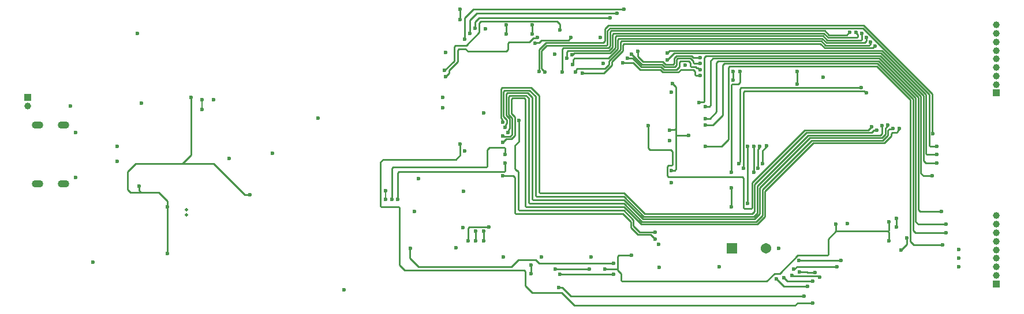
<source format=gbr>
%TF.GenerationSoftware,Altium Limited,Altium Designer,25.8.1 (18)*%
G04 Layer_Physical_Order=4*
G04 Layer_Color=16711680*
%FSLAX45Y45*%
%MOMM*%
%TF.SameCoordinates,7B3F40D8-49BE-4A82-B445-1243D3C56F15*%
%TF.FilePolarity,Positive*%
%TF.FileFunction,Copper,L4,Bot,Signal*%
%TF.Part,Single*%
G01*
G75*
%TA.AperFunction,Conductor*%
%ADD67C,0.26000*%
%ADD68C,0.20000*%
%TA.AperFunction,ComponentPad*%
%ADD69C,1.00000*%
%ADD70C,1.54060*%
%ADD71R,1.54060X1.54060*%
%ADD72R,1.00000X1.00000*%
G04:AMPARAMS|DCode=73|XSize=1.1mm|YSize=1.7mm|CornerRadius=0.55mm|HoleSize=0mm|Usage=FLASHONLY|Rotation=270.000|XOffset=0mm|YOffset=0mm|HoleType=Round|Shape=RoundedRectangle|*
%AMROUNDEDRECTD73*
21,1,1.10000,0.60000,0,0,270.0*
21,1,0.00000,1.70000,0,0,270.0*
1,1,1.10000,-0.30000,0.00000*
1,1,1.10000,-0.30000,0.00000*
1,1,1.10000,0.30000,0.00000*
1,1,1.10000,0.30000,0.00000*
%
%ADD73ROUNDEDRECTD73*%
%TA.AperFunction,ViaPad*%
%ADD74C,0.60000*%
%ADD75C,0.50000*%
D67*
X14307100Y5740400D02*
X14345200Y5778500D01*
X14566901D01*
X11074400Y5740400D02*
X14307100D01*
X10883900Y5930900D02*
X11074400Y5740400D01*
X10960100Y9372600D02*
Y9471669D01*
X11068531Y9448800D02*
X11595100D01*
X11671300Y9525000D01*
X11036300Y9423400D02*
X11043131D01*
X11068531Y9448800D01*
X10975331Y9486900D02*
X11582400D01*
X11633200Y9537700D01*
X10960100Y9471669D02*
X10975331Y9486900D01*
X10896600Y9169400D02*
Y9509769D01*
X10911831Y9525000D01*
X11569700D02*
X11595100Y9550400D01*
X10911831Y9525000D02*
X11569700D01*
X10553700Y9601200D02*
X10591800Y9639300D01*
X10981600D02*
X11019700Y9677400D01*
X10655300Y9601200D02*
X11490969D01*
X11518900Y9629131D01*
X10591800Y9639300D02*
X10981600D01*
X10553700Y9499600D02*
X10655300Y9601200D01*
X11518900Y9629131D02*
Y9804400D01*
X10668000Y9563100D02*
X11541769D01*
X11557000Y9578331D01*
X10591800Y9486900D02*
X10668000Y9563100D01*
X11557000Y9578331D02*
Y9779000D01*
X9182100Y9105900D02*
X9232900Y9156700D01*
Y9194800D01*
X9359900Y9321800D01*
Y9497069D01*
X9375131Y9512300D01*
X9474200D01*
X9512300Y9474200D01*
X10071100D01*
X10096500Y9499600D01*
Y9598669D01*
X10111731Y9613900D01*
X10414000D01*
X10470995Y9670895D01*
X10521795D01*
X10528300Y9677400D01*
X9169400Y9194800D02*
X9309100Y9334500D01*
Y9547869D01*
X9324331Y9563100D01*
X9486900D01*
X9677400Y9753600D01*
Y9893300D01*
X9702800Y9918700D01*
X10817869D01*
X10858500Y9878069D01*
Y9791700D02*
Y9878069D01*
X13373100Y7188200D02*
Y7467600D01*
X13535669Y7632700D02*
X13550900Y7617469D01*
Y7178031D02*
Y7617469D01*
X12448531Y7632700D02*
X13535669D01*
X12433300Y7647931D02*
X12448531Y7632700D01*
X12433300Y7647931D02*
Y7782569D01*
X13373100Y7696200D02*
Y8978900D01*
X13385800Y8991600D01*
X13474699D01*
X13500101Y9017000D01*
Y9182100D01*
X8509000Y6337300D02*
Y7172969D01*
Y6337300D02*
X8585200Y6261100D01*
X8244831Y7188200D02*
X8493769D01*
X8509000Y7172969D01*
X8585200Y6261100D02*
X10335269D01*
X10350500Y6028639D02*
Y6245869D01*
X10335269Y6261100D02*
X10350500Y6245869D01*
X8661400Y6573192D02*
X8666808Y6578600D01*
X8661400Y6438900D02*
Y6573192D01*
X15836900Y8334700D02*
Y8343900D01*
X15814030Y8311830D02*
X15836900Y8334700D01*
X15814030Y8295631D02*
Y8311830D01*
X15798801Y8280400D02*
X15814030Y8295631D01*
X15737831Y8280400D02*
X15798801D01*
X15722600Y8265169D02*
X15737831Y8280400D01*
X15722600Y8229600D02*
Y8265169D01*
X15621001Y8128000D02*
X15722600Y8229600D01*
X14579601Y8128000D02*
X15621001D01*
X13868401Y7416800D02*
X14579601Y8128000D01*
X13868401Y7048500D02*
Y7416800D01*
X13754100Y6934200D02*
X13868401Y7048500D01*
X13830299Y7061200D02*
Y7442200D01*
X13741400Y6972300D02*
X13830299Y7061200D01*
X12065000Y6972300D02*
X13741400D01*
X12077700Y7010400D02*
X13716000D01*
X13792200Y7086600D01*
X12103100D02*
X13677901D01*
X13716000Y7124700D02*
Y7518400D01*
X13677901Y7086600D02*
X13716000Y7124700D01*
X13703300Y7048500D02*
X13754100Y7099300D01*
X11798300Y7391400D02*
X12103100Y7086600D01*
X11798300Y7340600D02*
X12090400Y7048500D01*
X13703300D01*
X11798300Y7289800D02*
X12077700Y7010400D01*
X11798300Y7239000D02*
X12065000Y6972300D01*
X10568931Y7391400D02*
X11798300D01*
X10518131Y7340600D02*
X11798300D01*
X10467331Y7289800D02*
X11798300D01*
X10416531Y7239000D02*
X11798300D01*
X12052300Y6934200D02*
X13754100D01*
X11798300Y7188200D02*
X12052300Y6934200D01*
X10365731Y7188200D02*
X11798300D01*
X10264131Y7137400D02*
X11798300D01*
X11938000Y6908800D02*
Y6997700D01*
X11798300Y7137400D02*
X11938000Y6997700D01*
X11785600Y7086600D02*
X11899900Y6972300D01*
Y6883400D02*
Y6972300D01*
X10213331Y7086600D02*
X11785600D01*
X14554201Y8166100D02*
X15595599D01*
X13830299Y7442200D02*
X14554201Y8166100D01*
X13677901Y7543800D02*
X14452600Y8318500D01*
X13677901Y7178031D02*
Y7543800D01*
X13716000Y7518400D02*
X14478000Y8280400D01*
X15430499D01*
X13754100Y7099300D02*
Y7493000D01*
X14503400Y8242300D01*
X15561000D01*
X13792200Y7467600D02*
X14528799Y8204200D01*
X13792200Y7086600D02*
Y7467600D01*
X15502960Y8314760D02*
X15506700Y8318500D01*
X15464861Y8314760D02*
X15502960D01*
X15430499Y8280400D02*
X15464861Y8314760D01*
X15379700Y8318500D02*
X15430499Y8369300D01*
X14452600Y8318500D02*
X15379700D01*
X15595599Y8166100D02*
X15671800Y8242300D01*
X14528799Y8204200D02*
X15582899D01*
X15633701Y8255000D01*
X15582899Y8264200D02*
Y8382000D01*
X15561000Y8242300D02*
X15582899Y8264200D01*
X8229600Y7203431D02*
Y7848600D01*
X8267700Y7886700D02*
X9334500D01*
X8229600Y7848600D02*
X8267700Y7886700D01*
X8229600Y7203431D02*
X8244831Y7188200D01*
X9398000Y7950200D02*
Y8115300D01*
X15862300Y6553200D02*
X15951199Y6642100D01*
Y6731000D01*
X9334500Y7886700D02*
X9398000Y7950200D01*
X10452100Y5930900D02*
X10883900D01*
X10450169Y5928969D02*
X10452100Y5930900D01*
X10350500Y6028639D02*
X10450169Y5928969D01*
X12636500Y9207500D02*
X12814301D01*
X12839700Y9182100D01*
X12854932Y9118600D02*
X12915900D01*
X12839700Y9133831D02*
X12854932Y9118600D01*
X12839700Y9133831D02*
Y9182100D01*
X12598400Y9169400D02*
X12636500Y9207500D01*
X12369800Y9169400D02*
X12598400D01*
X12331700Y9207500D02*
X12369800Y9169400D01*
X12039600Y9207500D02*
X12331700D01*
X11938000Y9309100D02*
X12039600Y9207500D01*
X11785600Y9309100D02*
X11938000D01*
Y6908800D02*
X12026900Y6819900D01*
X12255500D01*
X10198100Y8091650D02*
X10261600Y8155150D01*
Y8458200D01*
X10198100Y7747000D02*
Y8091650D01*
X13614400Y7239000D02*
Y8077200D01*
X10248900Y7152631D02*
Y7706369D01*
Y7152631D02*
X10264131Y7137400D01*
X10223500Y7721600D02*
X10233669D01*
X10248900Y7706369D01*
X10198100Y7747000D02*
X10223500Y7721600D01*
X15671800Y8385500D02*
Y8394700D01*
X15633701Y8347400D02*
X15671800Y8385500D01*
X15633701Y8255000D02*
Y8347400D01*
X10086331Y8864600D02*
X10388600D01*
X10452100Y8801100D01*
X10071100Y8534400D02*
X10121900Y8483600D01*
Y8343900D02*
Y8483600D01*
X10103005Y8325005D02*
X10121900Y8343900D01*
X10071100Y8849369D02*
X10086331Y8864600D01*
X10071100Y8534400D02*
Y8849369D01*
X10452100Y7305031D02*
X10467331Y7289800D01*
X10103005Y8286905D02*
Y8325005D01*
X10452100Y7305031D02*
Y8801100D01*
X10096500Y8280400D02*
X10103005Y8286905D01*
X13566132Y7162800D02*
X13662669D01*
X13677901Y7178031D01*
X13550900D02*
X13566132Y7162800D01*
X12153900Y8051800D02*
Y8382000D01*
X12179300Y8026400D02*
X12484100D01*
X12153900Y8051800D02*
X12179300Y8026400D01*
X12509500Y7813031D02*
Y8001000D01*
X12484100Y8026400D02*
X12509500Y8001000D01*
X12494269Y7797800D02*
X12509500Y7813031D01*
X12448531Y7797800D02*
X12494269D01*
X12433300Y7782569D02*
X12448531Y7797800D01*
X13830299Y8017200D02*
X13893800Y8080700D01*
X13830299Y7823200D02*
Y8017200D01*
X13893800Y8080700D02*
Y8089900D01*
X14198599Y6096000D02*
X14566901D01*
X14147800Y6146800D02*
X14198599Y6096000D01*
X11023600Y5880100D02*
X14439900D01*
X10845800Y6007100D02*
X10896600D01*
X11023600Y5880100D01*
X10439400Y6210300D02*
Y6337300D01*
X13398500Y9055100D02*
Y9182100D01*
X12750800Y9334500D02*
X12776200Y9309100D01*
X12852400Y9245600D02*
X12865100Y9232900D01*
X12883669D02*
X12909068Y9207500D01*
X12865100Y9232900D02*
X12883669D01*
X12909068Y9207500D02*
X12915900D01*
X12791431Y9245600D02*
X12852400D01*
X12776200Y9260831D02*
X12791431Y9245600D01*
X12776200Y9260831D02*
Y9309100D01*
X12573000Y9207500D02*
X12611100Y9245600D01*
X12382500Y9207500D02*
X12573000D01*
X12344400Y9245600D02*
X12382500Y9207500D01*
X12050550Y9245600D02*
X12344400D01*
X11923550Y9372600D02*
X12050550Y9245600D01*
X11849100Y9372600D02*
X11923550D01*
X12611100Y9319269D02*
X12626331Y9334500D01*
X12611100Y9245600D02*
Y9319269D01*
X12626331Y9334500D02*
X12750800D01*
X15741495Y8337395D02*
X15748000Y8343900D01*
X15690695Y8337395D02*
X15741495D01*
X15671800Y8318500D02*
X15690695Y8337395D01*
X15671800Y8242300D02*
Y8318500D01*
X10124431Y8826500D02*
X10363200D01*
X10401300Y8788400D01*
X10109200Y8811269D02*
X10124431Y8826500D01*
X10109200Y8547100D02*
X10160000Y8496300D01*
Y8255000D02*
Y8496300D01*
X10109200Y8547100D02*
Y8811269D01*
X10020300Y8229600D02*
X10025800Y8224100D01*
X10129100D02*
X10160000Y8255000D01*
X10401300Y7254231D02*
Y8788400D01*
Y7254231D02*
X10416531Y7239000D01*
X10025800Y8224100D02*
X10129100D01*
X10010131Y8940800D02*
X10439400D01*
X10553700Y8826500D01*
X10013795Y8439305D02*
X10020300Y8432800D01*
X9994900Y8496300D02*
Y8925569D01*
X10010131Y8940800D01*
X10013795Y8439305D02*
Y8477405D01*
X9994900Y8496300D02*
X10013795Y8477405D01*
X10553700Y7406631D02*
X10568931Y7391400D01*
X10553700Y7406631D02*
Y8826500D01*
X13550900Y8874769D02*
X13566132Y8890000D01*
X15322069D01*
X15347469Y8864600D01*
X15354300D01*
X13550900Y7759700D02*
Y8874769D01*
X12547600Y9245600D02*
X12573000Y9271000D01*
X12395200Y9245600D02*
X12547600D01*
X12357100Y9283700D02*
X12395200Y9245600D01*
X12064864Y9283700D02*
X12357100D01*
X11912552Y9436012D02*
X12064864Y9283700D01*
X12814301Y9311631D02*
Y9334500D01*
X12776200Y9372600D02*
X12814301Y9334500D01*
X15798801Y6896100D02*
Y7023100D01*
X12814301Y9311631D02*
X12829530Y9296400D01*
X12915900D01*
X14363699Y6400800D02*
X14986000D01*
X12573000Y9271000D02*
Y9357369D01*
X12588231Y9372600D02*
X12776200D01*
X12573000Y9357369D02*
X12588231Y9372600D01*
X13766800Y7759700D02*
Y8042600D01*
X13792200Y8068000D01*
Y8077200D01*
X12509500Y9004300D02*
X12560300Y8953500D01*
Y8343900D02*
Y8953500D01*
X12540400Y8324000D02*
X12560300Y8343900D01*
X12471400Y8318500D02*
X12476900Y8324000D01*
X12540400D01*
X12560300Y8242300D02*
Y8343900D01*
Y8242300D02*
X12750800D01*
X15684500Y6847831D02*
Y6972300D01*
X12560300Y7747000D02*
Y8242300D01*
X12541405Y7728105D02*
X12560300Y7747000D01*
X12503305Y7728105D02*
X12541405D01*
X12496800Y7721600D02*
X12503305Y7728105D01*
X15684500Y6692900D02*
Y6817369D01*
X15669269Y6832600D02*
X15684500Y6817369D01*
X15669269Y6832600D02*
X15684500Y6847831D01*
X14795500Y6718300D02*
X14909801Y6832600D01*
X15669269D01*
X14909801D02*
Y6934200D01*
X14795500Y6492231D02*
Y6718300D01*
X14350999Y6477000D02*
X14780269D01*
X14795500Y6492231D01*
X14084300Y6210300D02*
X14350999Y6477000D01*
X14008099Y6210300D02*
X14084300D01*
X13893800Y6096000D02*
X14008099Y6210300D01*
X11775431Y6096000D02*
X13893800D01*
X11724631Y6477000D02*
X11912600D01*
X11709400Y6289031D02*
Y6461769D01*
X11724631Y6477000D01*
X11518900Y6273800D02*
X11694169D01*
X11760200Y6111231D02*
Y6210300D01*
X11709400Y6261100D02*
X11760200Y6210300D01*
Y6111231D02*
X11775431Y6096000D01*
X11694169Y6273800D02*
X11709400Y6289031D01*
Y6261100D02*
Y6289031D01*
X10795000Y6273800D02*
X11290300D01*
X5321300Y7823200D02*
X5448300Y7950200D01*
X5321300Y7823200D02*
X5778500D01*
X5448300Y7950200D02*
Y8801100D01*
X4635500Y7823200D02*
X5321300D01*
X4521200Y7708900D02*
X4635500Y7823200D01*
X5778500D02*
X6235700Y7366000D01*
X4978400Y7404100D02*
X5105400Y7277100D01*
X4521200Y7442200D02*
Y7708900D01*
X4686300Y7429500D02*
X4711700Y7404100D01*
X4559300D02*
X4711700D01*
X4978400D01*
X4686300Y7429500D02*
Y7493000D01*
X4521200Y7442200D02*
X4559300Y7404100D01*
X6235700Y7366000D02*
X6311900D01*
X5105400Y7188200D02*
Y7277100D01*
Y6502400D02*
Y7188200D01*
X14334801Y6311900D02*
X14922501D01*
X14296700Y6273800D02*
X14334801Y6311900D01*
X14287500Y6273800D02*
X14296700D01*
X10858500Y6197600D02*
X11645900D01*
X14493797Y6223000D02*
X14605000D01*
X14376401Y6235700D02*
X14481097D01*
X14493797Y6223000D01*
X10048231Y8902700D02*
X10414000D01*
X10502900Y8813800D01*
X10033000Y8521700D02*
X10083800Y8470900D01*
Y8420100D02*
Y8470900D01*
X10064905Y8401205D02*
X10083800Y8420100D01*
X10058400Y8356600D02*
X10064905Y8363105D01*
X10033000Y8521700D02*
Y8887469D01*
X10064905Y8363105D02*
Y8401205D01*
X10033000Y8887469D02*
X10048231Y8902700D01*
X10502900Y7355831D02*
Y8813800D01*
Y7355831D02*
X10518131Y7340600D01*
X14033501Y6134100D02*
X14147800Y6019800D01*
X14490700D01*
X10350500Y7203431D02*
Y8773169D01*
X10335269Y8788400D02*
X10350500Y8773169D01*
Y7203431D02*
X10365731Y7188200D01*
X10162531Y8788400D02*
X10335269D01*
X10147300Y8773169D02*
X10162531Y8788400D01*
X10198100Y8242300D02*
Y8509000D01*
X10147300Y8559800D02*
X10198100Y8509000D01*
X10147300Y8559800D02*
Y8773169D01*
Y8191500D02*
X10198100Y8242300D01*
X10020300Y8140700D02*
X10071100Y8191500D01*
X10147300D01*
X13487399Y7823200D02*
X13493906Y7829705D01*
Y7849236D01*
X13500101Y7855431D02*
Y8925569D01*
X13493906Y7849236D02*
X13500101Y7855431D01*
Y8925569D02*
X13515331Y8940800D01*
X15278101D01*
X13703300Y7696200D02*
Y8077200D01*
X12001500Y9398000D02*
Y9474200D01*
Y9398000D02*
X12077700Y9321800D01*
X12369800D01*
X12407900Y9283700D01*
X12519669D01*
X12534900Y9298931D01*
Y9372600D01*
X12788900Y9410700D02*
X12814301Y9385300D01*
X12915900D01*
X14338300Y8991600D02*
Y9182100D01*
X12573000Y9410700D02*
X12788900D01*
X12534900Y9372600D02*
X12573000Y9410700D01*
X14659300Y6159500D02*
X14668500D01*
X14267508Y6179492D02*
X14639308D01*
X14262100Y6184900D02*
X14267508Y6179492D01*
X14639308D02*
X14659300Y6159500D01*
X16315787Y8293313D02*
X16332201Y8276900D01*
Y8267700D02*
Y8276900D01*
X16315787Y8293313D02*
Y8855613D01*
X11049000Y9283700D02*
X11054500Y9289200D01*
Y9352700D01*
X11074400Y9372600D01*
X11569700D01*
X11709400Y9512300D01*
Y9649469D01*
X11724631Y9664700D01*
X15328900Y9601200D02*
X15354300Y9626600D01*
Y9677400D01*
X14706599Y9664700D02*
X14770100Y9601200D01*
X15328900D01*
X11724631Y9664700D02*
X14706599D01*
X12433300Y9347200D02*
X12534900Y9448800D01*
X15570200D01*
X16192859Y8826141D01*
Y7873641D02*
Y8826141D01*
Y7873641D02*
X16230600Y7835900D01*
X16383000D01*
X16384425Y7834474D01*
X12992101Y8661400D02*
X12998605Y8667905D01*
X13049405D01*
X13068300Y8686800D01*
Y9334500D01*
X13106400Y9372600D01*
X15544800D01*
X16116299Y8801100D01*
X16141701Y7124700D02*
X16459200D01*
X16116299Y7150100D02*
X16141701Y7124700D01*
X16116299Y7150100D02*
Y8801100D01*
X9512300Y6692900D02*
Y6880869D01*
X9527531Y6896100D01*
X9817100D01*
X10553700Y9182100D02*
Y9499600D01*
X11569700Y9855200D02*
X15316200D01*
X16315787Y8855613D01*
X11518900Y9804400D02*
X11569700Y9855200D01*
X13106400Y8394700D02*
X13246100Y8534400D01*
X12992101Y8394700D02*
X13106400D01*
X13246100Y8534400D02*
Y9271000D01*
X13271500Y9296400D01*
X15519400D01*
X16074200Y6811200D02*
X16526700D01*
X15519400Y9296400D02*
X16041208Y8774592D01*
Y6844192D02*
Y8774592D01*
Y6844192D02*
X16074200Y6811200D01*
X9740900Y6692900D02*
Y6832600D01*
X9461500Y9652000D02*
Y9969500D01*
X9588500Y10096500D01*
X11798300D01*
X12433300Y9448800D02*
X12471400Y9486900D01*
X15582899D01*
X16230600Y8839200D01*
Y7974705D02*
Y8839200D01*
X16245831Y7959474D02*
X16386426D01*
X16230600Y7974705D02*
X16245831Y7959474D01*
X10502900Y6413500D02*
X10553700Y6362700D01*
X11645900D01*
X10248900Y6413500D02*
X10502900D01*
X8661400Y6438900D02*
X8788400Y6311900D01*
X10147300D01*
X10248900Y6413500D01*
X9398000Y9944100D02*
Y10096500D01*
X10452100Y9728200D02*
Y9867900D01*
X11671300Y9687569D02*
X11686531Y9702800D01*
X11671300Y9525000D02*
Y9687569D01*
X14719299Y9702800D02*
X14782800Y9639300D01*
X11686531Y9702800D02*
X14719299D01*
X14782800Y9639300D02*
X15275569D01*
X15290800Y9654531D01*
Y9740900D01*
X10043169Y7708900D02*
X10058400Y7724131D01*
Y7835900D01*
X8483600Y7693669D02*
X8498831Y7708900D01*
X8483600Y7302500D02*
Y7693669D01*
X8498831Y7708900D02*
X10043169D01*
X10496395Y9594695D02*
X10502900Y9601200D01*
X10553700D01*
X9613900Y9817100D02*
Y9906000D01*
X9677400Y9969500D01*
X11595100D01*
X11899900Y6883400D02*
X12001500Y6781800D01*
X10198100Y7101831D02*
X10213331Y7086600D01*
X10172700Y7645400D02*
X10198100Y7620000D01*
Y7101831D02*
Y7620000D01*
X12192000Y6781800D02*
X12255500Y6718300D01*
X12001500Y6781800D02*
X12192000D01*
X10020300Y7645400D02*
X10172700D01*
X10591800Y9220200D02*
X10642600Y9169400D01*
X10591800Y9220200D02*
Y9486900D01*
X16289355Y8084474D02*
X16388426D01*
X16274126Y8099705D02*
Y8846474D01*
Y8099705D02*
X16289355Y8084474D01*
X11557000Y9779000D02*
X11595100Y9817100D01*
X15303500D02*
X16274126Y8846474D01*
X11595100Y9817100D02*
X15303500D01*
X11633200Y9537700D02*
Y9725669D01*
X11648431Y9740900D01*
X14732001D01*
X15212070Y9677400D02*
X15227299Y9692630D01*
X14795500Y9677400D02*
X15212070D01*
X15201900Y9746769D02*
Y9753600D01*
X15227299Y9692630D02*
Y9721369D01*
X15201900Y9746769D02*
X15227299Y9721369D01*
X14732001Y9740900D02*
X14795500Y9677400D01*
X9626600Y6692900D02*
Y6832600D01*
X8394700Y7302500D02*
Y7757169D01*
X8409931Y7772400D01*
X9776469D01*
X9791700Y7787631D01*
Y8026400D02*
X9829800Y8064500D01*
X10043169D01*
X10058400Y8049269D01*
Y7962900D02*
Y8049269D01*
X9791700Y7787631D02*
Y8026400D01*
X10071100Y9728200D02*
Y9867900D01*
X11087100Y9169400D02*
X11093605Y9175905D01*
Y9204969D01*
X11108836Y9220200D01*
X11582400Y9283700D02*
Y9334500D01*
X11108836Y9220200D02*
X11518900D01*
X11582400Y9283700D01*
Y9334500D02*
X11747500Y9499600D01*
Y9611369D02*
X11762731Y9626600D01*
X11747500Y9499600D02*
Y9611369D01*
X15392558Y9563100D02*
X15411295Y9581836D01*
Y9607395D01*
X15417799Y9613900D01*
X14693900Y9626600D02*
X14757401Y9563100D01*
X11762731Y9626600D02*
X14693900D01*
X14757401Y9563100D02*
X15392558D01*
X11800831Y9588500D02*
X14681200D01*
X11785600Y9573269D02*
X11800831Y9588500D01*
X11785600Y9486900D02*
Y9573269D01*
X11620500Y9321800D02*
X11785600Y9486900D01*
X11188700Y9156700D02*
X11506200D01*
X11620500Y9271000D01*
Y9321800D01*
X15449069Y9525000D02*
X15474469Y9550400D01*
X15481300D01*
X14681200Y9588500D02*
X14744701Y9525000D01*
X15449069D01*
X12992101Y8483600D02*
X12997600Y8489100D01*
X13061099D01*
X13157201Y8585200D01*
Y9309100D01*
X13182600Y9334500D01*
X15532100D01*
X16078200Y8788400D01*
X16114301Y6936200D02*
X16524699D01*
X16078200Y6972300D02*
X16114301Y6936200D01*
X16078200Y6972300D02*
Y8788400D01*
X13233400Y8077200D02*
X13335001Y8178800D01*
X16052800Y6629400D02*
X16471899D01*
X13335001Y8178800D02*
Y9243069D01*
X13350230Y9258300D02*
X15506700D01*
X13335001Y9243069D02*
X13350230Y9258300D01*
X12992101Y8077200D02*
X13233400D01*
X16002000Y6680200D02*
Y8763000D01*
Y6680200D02*
X16052800Y6629400D01*
X15506700Y9258300D02*
X16002000Y8763000D01*
X11595100Y9763769D02*
X11610331Y9779000D01*
X11595100Y9550400D02*
Y9763769D01*
X11610331Y9779000D02*
X14744701D01*
X14808200Y9715500D01*
X15065700D01*
X15103799Y9753600D01*
X15113000D01*
X12979401Y9385300D02*
X13004800Y9410700D01*
X15557500D02*
X16154515Y8813685D01*
Y7683385D02*
Y8813685D01*
Y7683385D02*
X16192500Y7645400D01*
X16319501D01*
X13004800Y9410700D02*
X15557500D01*
X12964169Y8730400D02*
X12979401Y8745630D01*
X12903200Y8724900D02*
X12908701Y8730400D01*
X12964169D01*
X12979401Y8745630D02*
Y9385300D01*
X9537700Y9740900D02*
Y9931400D01*
X9639300Y10033000D01*
X11696700D01*
D68*
X8305800Y7302500D02*
Y7429500D01*
X5613400Y8623300D02*
Y8763000D01*
D69*
X17259300Y6561200D02*
D03*
X17259300Y6311200D02*
D03*
Y6436200D02*
D03*
X3053800Y8675100D02*
D03*
X17259300Y6186200D02*
D03*
Y9114600D02*
D03*
Y7061200D02*
D03*
Y6811200D02*
D03*
Y9864600D02*
D03*
Y9239600D02*
D03*
Y9614600D02*
D03*
X17259300Y9364600D02*
D03*
X17259300Y8989600D02*
D03*
Y6936200D02*
D03*
Y6686200D02*
D03*
Y9489600D02*
D03*
Y9739600D02*
D03*
D70*
X13880016Y6583703D02*
D03*
D71*
X13379636D02*
D03*
D72*
X17259300Y8864600D02*
D03*
Y6061200D02*
D03*
X3053800Y8800100D02*
D03*
D73*
X3576600Y8394675D02*
D03*
Y7530675D02*
D03*
X3196600Y8394675D02*
D03*
Y7530675D02*
D03*
D74*
X3683000Y8674100D02*
D03*
X16713200Y6565900D02*
D03*
Y6438900D02*
D03*
Y6311900D02*
D03*
X14566901Y5778500D02*
D03*
X10960100Y9372600D02*
D03*
X11036300Y9423400D02*
D03*
X9182100Y9105900D02*
D03*
X9169400Y9194800D02*
D03*
X13373100Y7188200D02*
D03*
Y7467600D02*
D03*
Y7696200D02*
D03*
X13500101Y9182100D02*
D03*
X8666808Y6578600D02*
D03*
X15836900Y8343900D02*
D03*
X9398000Y8115300D02*
D03*
X15951199Y6731000D02*
D03*
X15862300Y6553200D02*
D03*
X12915900Y9118600D02*
D03*
X11785600Y9309100D02*
D03*
X12255500Y6819900D02*
D03*
X10261600Y8458200D02*
D03*
X13614400Y7239000D02*
D03*
Y8077200D02*
D03*
X15671800Y8394700D02*
D03*
X10096500Y8280400D02*
D03*
X15430499Y8369300D02*
D03*
X12153900Y8382000D02*
D03*
X13830299Y7823200D02*
D03*
X13893800Y8089900D02*
D03*
X14566901Y6096000D02*
D03*
X14147800Y6146800D02*
D03*
X10845800Y6007100D02*
D03*
X14439900Y5880100D02*
D03*
X10439400Y6210300D02*
D03*
Y6337300D02*
D03*
X13398500Y9182100D02*
D03*
Y9055100D02*
D03*
X12915900Y9207500D02*
D03*
X11849100Y9372600D02*
D03*
X15748000Y8343900D02*
D03*
X10020300Y8229600D02*
D03*
X14719299Y9093200D02*
D03*
X12700000Y9271000D02*
D03*
X12496800Y8877300D02*
D03*
X11451500Y9677400D02*
D03*
X11493500Y9296400D02*
D03*
X12496800Y7543800D02*
D03*
X12471400Y8166100D02*
D03*
X9766300Y9804400D02*
D03*
X10782300Y9436100D02*
D03*
X9740900Y8572500D02*
D03*
X9461500Y8013700D02*
D03*
X15074899Y6946900D02*
D03*
X12306300Y6642100D02*
D03*
X14071600Y6578600D02*
D03*
X13195300Y6311900D02*
D03*
X12319000Y6299200D02*
D03*
X9448800Y7416800D02*
D03*
X9436100Y6883400D02*
D03*
X11315700Y6451600D02*
D03*
X9334500Y6591300D02*
D03*
X10591800Y6451600D02*
D03*
X10033000D02*
D03*
X9182100Y9461500D02*
D03*
X9144000Y8801100D02*
D03*
Y8648700D02*
D03*
X7315200Y8496300D02*
D03*
X4660900Y9740900D02*
D03*
X5778500Y8763000D02*
D03*
X4724400Y8712200D02*
D03*
X6642100Y7975600D02*
D03*
X8788400Y7607300D02*
D03*
X8724900Y7124700D02*
D03*
X7696200Y5969000D02*
D03*
X3759200Y8280400D02*
D03*
X4368800Y8077200D02*
D03*
X6007100Y7899400D02*
D03*
X4368800Y7861300D02*
D03*
X3759200Y7620000D02*
D03*
X4013200Y6375400D02*
D03*
X15506700Y8318500D02*
D03*
X10020300Y8432800D02*
D03*
X15354300Y8864600D02*
D03*
X13550900Y7759700D02*
D03*
X11912552Y9436012D02*
D03*
X15798801Y6896100D02*
D03*
X12915900Y9296400D02*
D03*
X15798801Y7023100D02*
D03*
X14986000Y6400800D02*
D03*
X14363699D02*
D03*
X13766800Y7759700D02*
D03*
X13792200Y8077200D02*
D03*
X15684500Y6692900D02*
D03*
X12509500Y9004300D02*
D03*
X12750800Y8242300D02*
D03*
X12471400Y8318500D02*
D03*
X15684500Y6972300D02*
D03*
X14909801Y6934200D02*
D03*
X12496800Y7721600D02*
D03*
X11912600Y6477000D02*
D03*
X11518900Y6273800D02*
D03*
X10795000D02*
D03*
X11290300D02*
D03*
X5448300Y8801100D02*
D03*
X6311900Y7366000D02*
D03*
X4686300Y7493000D02*
D03*
X5105400Y7188200D02*
D03*
Y6502400D02*
D03*
X14922501Y6311900D02*
D03*
X14287500Y6273800D02*
D03*
X11645900Y6197600D02*
D03*
X10858500D02*
D03*
X14376401Y6235700D02*
D03*
X14605000Y6223000D02*
D03*
X15582899Y8382000D02*
D03*
X10058400Y8356600D02*
D03*
X14033501Y6134100D02*
D03*
X14490700Y6019800D02*
D03*
X10020300Y8140700D02*
D03*
X15278101Y8940800D02*
D03*
X13487399Y7823200D02*
D03*
X13703300Y7696200D02*
D03*
Y8077200D02*
D03*
X12001500Y9474200D02*
D03*
X12915900Y9385300D02*
D03*
X14338300Y8991600D02*
D03*
Y9182100D02*
D03*
X14668500Y6159500D02*
D03*
X14262100Y6184900D02*
D03*
X16332201Y8267700D02*
D03*
X11049000Y9283700D02*
D03*
X15354300Y9677400D02*
D03*
X12433300Y9347200D02*
D03*
X16384425Y7834474D02*
D03*
X16459200Y7124700D02*
D03*
X12992101Y8661400D02*
D03*
X9512300Y6692900D02*
D03*
X9817100Y6896100D02*
D03*
X10553700Y9182100D02*
D03*
X16526700Y6811200D02*
D03*
X12992101Y8394700D02*
D03*
X9740900Y6692900D02*
D03*
Y6832600D02*
D03*
X9461500Y9652000D02*
D03*
X11798300Y10096500D02*
D03*
X10858500Y9791700D02*
D03*
X12433300Y9448800D02*
D03*
X16386426Y7959474D02*
D03*
X11645900Y6362700D02*
D03*
X9398000Y10096500D02*
D03*
Y9944100D02*
D03*
X10452100Y9867900D02*
D03*
Y9728200D02*
D03*
X15290800Y9740900D02*
D03*
X8483600Y7302500D02*
D03*
X10058400Y7835900D02*
D03*
X10496395Y9594695D02*
D03*
X11019700Y9677400D02*
D03*
X10528300D02*
D03*
X9613900Y9817100D02*
D03*
X11595100Y9969500D02*
D03*
X12255500Y6718300D02*
D03*
X10020300Y7645400D02*
D03*
X10642600Y9169400D02*
D03*
X16388426Y8084474D02*
D03*
X15201900Y9753600D02*
D03*
X9626600Y6692900D02*
D03*
Y6832600D02*
D03*
X8394700Y7302500D02*
D03*
X10058400Y7962900D02*
D03*
X10071100Y9867900D02*
D03*
Y9728200D02*
D03*
X11087100Y9169400D02*
D03*
X15417799Y9613900D02*
D03*
X11188700Y9156700D02*
D03*
X15481300Y9550400D02*
D03*
X16524699Y6936200D02*
D03*
X12992101Y8483600D02*
D03*
X16471899Y6629400D02*
D03*
X12992101Y8077200D02*
D03*
X10896600Y9169400D02*
D03*
X15113000Y9753600D02*
D03*
X16319501Y7645400D02*
D03*
X12903200Y8724900D02*
D03*
X9537700Y9740900D02*
D03*
X11696700Y10033000D02*
D03*
X8305800Y7302500D02*
D03*
Y7429500D02*
D03*
X5613400Y8623300D02*
D03*
Y8763000D02*
D03*
D75*
X5384800Y7072000D02*
D03*
X5384800Y7152000D02*
D03*
%TF.MD5,191bfa9867a82b01524ad0e8a3f30932*%
M02*

</source>
